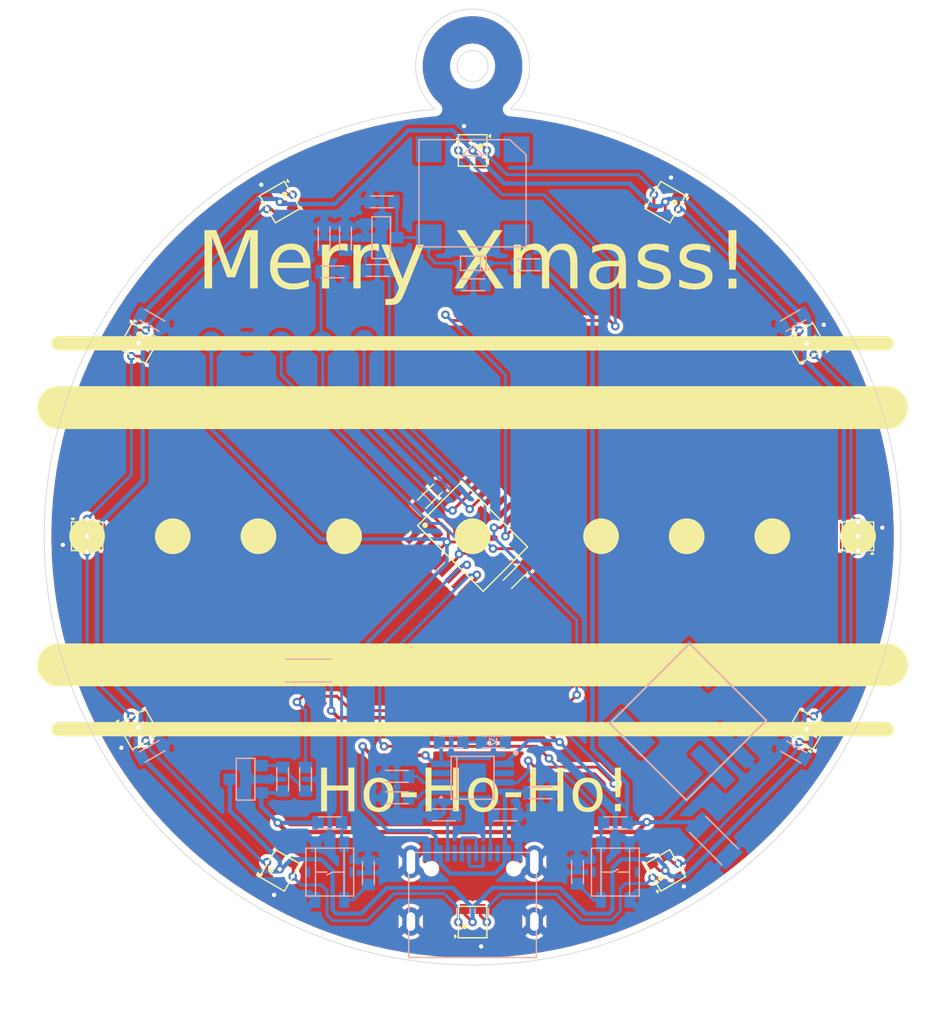
<source format=kicad_pcb>
(kicad_pcb (version 20240108) (generator "pcbnew") (generator_version "8.0")
  (layers (0 "F.Cu" signal) (31 "B.Cu" signal) (34 "B.Paste" user) (35 "F.Paste" user) (36 "B.SilkS" user "B.Silkscreen") (37 "F.SilkS" user "F.Silkscreen") (38 "B.Mask" user) (39 "F.Mask" user) (44 "Edge.Cuts" user))
  (net 0 "")
  (net 1 "GND")
  (net 2 "VDD")
  (net 3 "WS_SUPPLY")
  (net 4 "VBUS")
  (net 5 "Net-(CONN2-CC2)")
  (net 6 "Net-(CONN2-DP1)")
  (net 7 "Net-(CONN2-DN1)")
  (net 10 "Net-(CONN2-CC1)")
  (net 11 "Net-(IC1-PROG)")
  (net 12 "Net-(IC1-TEMP)")
  (net 14 "Net-(IC1-CHRG)")
  (net 15 "Net-(LED1-A)")
  (net 16 "/WS_DIN")
  (net 17 "Net-(LED2-DO)")
  (net 18 "Net-(LED3-DO)")
  (net 19 "Net-(LED4-DO)")
  (net 20 "Net-(LED5-DO)")
  (net 21 "Net-(LED6-DO)")
  (net 22 "Net-(C7-Pad2)")
  (net 23 "Net-(LED8-DO)")
  (net 24 "Net-(Q2-D)")
  (net 25 "Net-(Q2-G)")
  (net 26 "/BTN1")
  (net 27 "/BTN2")
  (net 28 "Net-(LED7-DO)")
  (net 30 "Net-(Q1-G)")
  (net 32 "/PERIPH_SUPPLY")
  (net 33 "/BUZZER")
  (net 35 "/RST")
  (net 37 "/SW_CLK")
  (net 38 "/SW_DIO")
  (net 48 "Net-(LED10-DI)")
  (net 49 "Net-(LED10-DO)")
  (net 50 "Net-(LED11-DO)")
  (net 51 "Net-(LED12-DO)")
  (net 52 "unconnected-(LED13-DO-Pad1)")
  (footprint "Borna KiCAD Library:WS2812B-2020" (layer "F.Cu") (at 143.85 122.7 90)
    (property "Reference" "LED8")
    (property "Value" "WS2812B-2020")
  )
  (footprint "Borna KiCAD Library:WS2812B-2020" (layer "F.Cu") (at 120.467314 109.2 30)
    (property "Reference" "LED10")
    (property "Value" "WS2812B-2020")
  )
  (footprint "Borna KiCAD Library:WS2812B-2020" (layer "F.Cu") (at 167.232686 82.2 -150)
    (property "Reference" "LED4")
    (property "Value" "WS2812B-2020")
  )
  (footprint "Borna KiCAD Library:TSSOP20" (layer "F.Cu") (at 143.85 95.7 45)
    (property "Reference" "U1")
    (property "Value" "STM32C011F6")
  )
  (footprint "Borna KiCAD Library:R0603" (layer "F.Cu") (at 146.85 98.5 45)
    (property "Reference" "R13")
    (property "Value" "100k")
  )
  (footprint "Borna KiCAD Library:WS2812B-2020" (layer "F.Cu") (at 120.467314 82.2 -30)
    (property "Reference" "LED12")
    (property "Value" "WS2812B-2020")
  )
  (footprint "Borna KiCAD Library:WS2812B-2020" (layer "F.Cu") (at 116.85 95.7)
    (property "Reference" "LED11")
    (property "Value" "WS2812B-2020")
  )
  (footprint "Borna KiCAD Library:WS2812B-2020" (layer "F.Cu") (at 167.232686 109.2 150)
    (property "Reference" "LED6")
    (property "Value" "WS2812B-2020")
  )
  (footprint "Borna KiCAD Library:WS2812B-2020" (layer "F.Cu") (at 157.35 72.317314 -120)
    (property "Reference" "LED3")
    (property "Value" "WS2812B-2020")
  )
  (footprint "Borna KiCAD Library:C0603" (layer "F.Cu") (at 140.85 92.9 -135)
    (property "Reference" "C4")
    (property "Value" "100n")
  )
  (footprint "Borna KiCAD Library:WS2812B-2020" (layer "F.Cu") (at 130.35 72.317314 -60)
    (property "Reference" "LED13")
    (property "Value" "WS2812B-2020")
  )
  (footprint "Borna KiCAD Library:WS2812B-2020" (layer "F.Cu") (at 157.35 119.082686 120)
    (property "Reference" "LED7")
    (property "Value" "WS2812B-2020")
  )
  (footprint "Borna KiCAD Library:WS2812B-2020" (layer "F.Cu") (at 130.35 119.082686 60)
    (property "Reference" "LED9")
    (property "Value" "WS2812B-2020")
  )
  (footprint "Borna KiCAD Library:WS2812B-2020" (layer "F.Cu") (at 143.85 68.7 -90)
    (property "Reference" "LED2")
    (property "Value" "WS2812B-2020")
  )
  (footprint "Borna KiCAD Library:WS2812B-2020" (layer "F.Cu") (at 170.85 95.7 180)
    (property "Reference" "LED5")
    (property "Value" "WS2812B-2020")
  )
  (footprint "Borna KiCAD Library:TP-1_5mm" (layer "B.Cu") (at 133.35 82.1 180)
    (property "Reference" "TP3")
    (property "Value" "~")
  )
  (footprint "Borna KiCAD Library:TP-1_5mm" (layer "B.Cu") (at 125.55 82.1 180)
    (property "Reference" "TP2")
    (property "Value" "~")
  )
  (footprint "Borna KiCAD Library:C0603" (layer "B.Cu") (at 121.4 80.6 150)
    (property "Reference" "C12")
    (property "Value" "100n")
  )
  (footprint "Borna KiCAD Library:C0603" (layer "B.Cu") (at 148.625 113.65 180)
    (property "Reference" "C2")
    (property "Value" "100n")
  )
  (footprint "Borna KiCAD Library:R0603" (layer "B.Cu") (at 138.55 114)
    (property "Reference" "R2")
    (property "Value" "10k")
  )
  (footprint "Borna KiCAD Library:SOT-23-3L" (layer "B.Cu") (at 127.95 112.7 -90)
    (property "Reference" "Q1")
    (property "Value" "AO3401A")
  )
  (footprint "Borna KiCAD Library:TP-1_5mm" (layer "B.Cu") (at 130.45 82.1 180)
    (property "Reference" "TP5")
    (property "Value" "~")
  )
  (footprint "Borna KiCAD Library:JST_S2B-PH-SM4-TB" (layer "B.Cu") (at 161.381513 111.131513 -135)
    (property "Reference" "CONN1")
    (property "Value" "S2B-PH-SM4-TB")
  )
  (footprint "Borna KiCAD Library:R0603" (layer "B.Cu") (at 130.55 112.7 90)
    (property "Reference" "R6")
    (property "Value" "100k")
  )
  (footprint "Borna KiCAD Library:R0603" (layer "B.Cu") (at 142.35 110.1)
    (property "Reference" "R1")
    (property "Value" "10k")
  )
  (footprint "Borna KiCAD Library:C0603" (layer "B.Cu") (at 121.4 110.75 30)
    (property "Reference" "C5")
    (property "Value" "100n")
  )
  (footprint "Borna KiCAD Library:C1206" (layer "B.Cu") (at 132.35 105.1)
    (property "Reference" "C3")
    (property "Value" "10uF")
  )
  (footprint "Borna KiCAD Library:TP-1_5mm" (layer "B.Cu") (at 136.25 82 180)
    (property "Reference" "TP4")
    (property "Value" "~")
  )
  (footprint "Borna KiCAD Library:C0603" (layer "B.Cu") (at 137.5 72.3)
    (property "Reference" "C13")
    (property "Value" "DNP")
  )
  (footprint "Borna KiCAD Library:C1206" (layer "B.Cu") (at 160.75 117 135)
    (property "Reference" "C1")
    (property "Value" "10uF")
  )
  (footprint "Borna KiCAD Library:SOD323" (layer "B.Cu") (at 143.9 76.6)
    (property "Reference" "D1")
    (property "Value" "BAT20JFILM")
  )
  (footprint "Borna KiCAD Library:C0603" (layer "B.Cu") (at 151.2 119.2 -90)
    (property "Reference" "C9")
    (property "Value" "100n")
  )
  (footprint "Borna KiCAD Library:TYPE-C_16PIN_2MD(073)" (layer "B.Cu") (at 143.85 121.5 180)
    (property "Reference" "CONN2")
    (property "Value" "TYPE-C_16PIN_2MD(073)")
  )
  (footprint "Borna KiCAD Library:C0603" (layer "B.Cu") (at 133.45 74.85 -90)
    (property "Reference" "C8")
    (property "Value" "DNP")
  )
  (footprint "Borna KiCAD Library:C0603" (layer "B.Cu") (at 136.55 119.25 -90)
    (property "Reference" "C10")
    (property "Value" "100n")
  )
  (footprint "Borna KiCAD Library:R0603" (layer "B.Cu") (at 134.05 77.2)
    (property "Reference" "R14")
    (property "Value" "100k")
  )
  (footprint "Borna KiCAD Library:R0603" (layer "B.Cu") (at 137.2 77.1)
    (property "Reference" "R8")
    (property "Value" "100R")
  )
  (footprint "Borna KiCAD Library:EMSOP" (layer "B.Cu") (at 143.85 112.6)
    (property "Reference" "IC1")
    (property "Value" "TP4056-42")
  )
  (footprint "Borna KiCAD Library:R0603" (layer "B.Cu") (at 147.775 76.7 180)
    (property "Reference" "R10")
    (property "Value" "22R")
  )
  (footprint "Borna KiCAD Library:TSA007A1518B03" (layer "B.Cu") (at 133.85 119.2 -90)
    (property "Reference" "SW1")
    (property "Value" "BZCN_TSA007A1518B03")
  )
  (footprint "Borna KiCAD Library:R0603" (layer "B.Cu") (at 138.55 112.5)
    (property "Reference" "R3")
    (property "Value" "10k")
  )
  (footprint "Borna KiCAD Library:SOT-23-3L" (layer "B.Cu") (at 137.45 74.8 90)
    (property "Reference" "Q2")
    (property "Value" "CJ3400")
  )
  (footprint "Borna KiCAD Library:R0603" (layer "B.Cu") (at 133.85 115.75)
    (property "Reference" "R12")
    (property "Value" "10k")
  )
  (footprint "Borna KiCAD Library:R0603" (layer "B.Cu") (at 153.85 115.75 180)
    (property "Reference" "R11")
    (property "Value" "10k")
  )
  (footprint "Borna KiCAD Library:LED_0603" (layer "B.Cu") (at 145.35 110.0965)
    (property "Reference" "LED1")
    (property "Value" "~")
  )
  (footprint "Borna KiCAD Library:R0603" (layer "B.Cu") (at 132.15 112.7 90)
    (property "Reference" "R7")
    (property "Value" "100R")
  )
  (footprint "Borna KiCAD Library:R0603" (layer "B.Cu") (at 134.95 74.85 90)
    (property "Reference" "R9")
    (property "Value" "100k")
  )
  (footprint "Borna KiCAD Library:TSA007A1518B03" (layer "B.Cu") (at 153.85 119.2 90)
    (property "Reference" "SW2")
    (property "Value" "BZCN_TSA007A1518B03")
  )
  (footprint "Borna KiCAD Library:C0603" (layer "B.Cu") (at 166.3 80.6 -150)
    (property "Reference" "C6")
    (property "Value" "100n")
  )
  (footprint "Borna KiCAD Library:R0603" (layer "B.Cu") (at 141.85 115.2)
    (property "Reference" "R5")
    (property "Value" "5k1")
  )
  (footprint "Borna KiCAD Library:C0603" (layer "B.Cu") (at 166.35 110.8 150)
    (property "Reference" "C11")
    (property "Value" "100n")
  )
  (footprint "Borna KiCAD Library:TP-1_5mm" (layer "B.Cu") (at 128.05 82.1 180)
    (property "Reference" "TP1")
    (property "Value" "~")
  )
  (footprint "Borna KiCAD Library:MTL-7525" (layer "B.Cu") (at 143.85 71.7 90)
    (property "Reference" "SPK1")
    (property "Value" "MLT-7525")
  )
  (footprint "Borna KiCAD Library:R0603" (layer "B.Cu") (at 146.15 115.2 180)
    (property "Reference" "R4")
    (property "Value" "5k1")
  )
  (footprint "Borna KiCAD Library:C0603" (layer "B.Cu") (at 143.9 78.1)
    (property "Reference" "C7")
    (property "Value" "10n")
  )
  (gr_circle (center 122.85 95.7) (end 124.05 95.7) (stroke (width 0.1)) (fill solid) (layer "F.SilkS"))
  (gr_line (start 114.85 104.7) (end 172.85 104.7) (stroke (width 3)) (layer "F.SilkS"))
  (gr_circle (center 170.85 95.7) (end 172.05 95.7) (stroke (width 0.1)) (fill solid) (layer "F.SilkS"))
  (gr_line (start 114.85 82.2) (end 172.85 82.2) (stroke (width 1)) (layer "F.SilkS"))
  (gr_circle (center 134.85 95.7) (end 136.05 95.7) (stroke (width 0.1)) (fill solid) (layer "F.SilkS"))
  (gr_circle (center 143.85 95.7) (end 145.05 95.7) (stroke (width 0.1)) (fill solid) (layer "F.SilkS"))
  (gr_circle (center 152.85 95.7) (end 154.05 95.7) (stroke (width 0.1)) (fill solid) (layer "F.SilkS"))
  (gr_line (start 114.85 109.2) (end 172.85 109.2) (stroke (width 1)) (layer "F.SilkS"))
  (gr_line (start 114.85 86.7) (end 172.85 86.7) (stroke (width 3)) (layer "F.SilkS"))
  (gr_circle (center 158.85 95.7) (end 160.05 95.7) (stroke (width 0.1)) (fill solid) (layer "F.SilkS"))
  (gr_circle (center 128.85 95.7) (end 130.05 95.7) (stroke (width 0.1)) (fill solid) (layer "F.SilkS"))
  (gr_circle (center 116.85 95.7) (end 118.05 95.7) (stroke (width 0.1)) (fill solid) (layer "F.SilkS"))
  (gr_circle (center 164.85 95.7) (end 166.05 95.7) (stroke (width 0.1)) (fill solid) (layer "F.SilkS"))
  (gr_arc (start 146.46467 65.8142) (mid 143.85 125.699987) (end 141.23533 65.8142) (stroke (width 0.05)) (layer "Edge.Cuts"))
  (gr_arc (start 141.23533 65.814199) (mid 143.849999 58.809775) (end 146.464671 65.814198) (stroke (width 0.05)) (layer "Edge.Cuts"))
  (gr_circle (center 143.85 62.8) (end 144.75 63.4) (stroke (width 0.05)) (fill none) (layer "Edge.Cuts"))
  (gr_text "Merry Xmass!" (at 143.85 76.7 0) (layer "F.SilkS") (effects (font (size 4 4) (thickness 0.1))))
  (gr_text "Ho-Ho-Ho!" (at 143.85 113.7 0) (layer "F.SilkS") (effects (font (size 3 3) (thickness 0.1))))
  (via (at 129.05 71.1) (size 0.6) (drill 0.3) (layers "F.Cu" "B.Cu") (net 1))
  (via (at 168.45 80.9) (size 0.6) (drill 0.3) (layers "F.Cu" "B.Cu") (net 1))
  (via (at 115.15 96.3) (size 0.6) (drill 0.3) (layers "F.Cu" "B.Cu") (net 1))
  (via (at 172.55 95.1) (size 0.6) (drill 0.3) (layers "F.Cu" "B.Cu") (net 1))
  (via (at 157.75 70.6) (size 0.6) (drill 0.3) (layers "F.Cu" "B.Cu") (net 1))
  (via (at 158.65 120.2) (size 0.6) (drill 0.3) (layers "F.Cu" "B.Cu") (net 1))
  (via (at 119.25 110.5) (size 0.6) (drill 0.3) (layers "F.Cu" "B.Cu") (net 1))
  (via (at 144.45 124.4) (size 0.6) (drill 0.3) (layers "F.Cu" "B.Cu") (net 1))
  (via (at 143.25 67) (size 0.6) (drill 0.3) (layers "F.Cu" "B.Cu") (net 1))
  (via (at 129.95 120.8) (size 0.6) (drill 0.3) (layers "F.Cu" "B.Cu") (net 1))
  (segment (start 141.65 112.275) (end 140.675 112.275) (width 0.3) (layer "B.Cu") (net 1))
  (segment (start 140.675 112.275) (end 140.65 112.3) (width 0.3) (layer "B.Cu") (net 1))
  (segment (start 122.114471 110.315942) (end 122.114471 110.3375) (width 0.2) (layer "B.Cu") (net 1))
  (segment (start 149.8255 110.1) (end 148.1255 108.4) (width 0.256) (layer "F.Cu") (net 2))
  (segment (start 148.1255 108.4) (end 134.45 108.4) (width 0.256) (layer "F.Cu") (net 2))
  (segment (start 130.85 116.4) (end 155.35 116.4) (width 0.3) (layer "F.Cu") (net 2))
  (segment (start 147.016726 97.5) (end 147.433363 97.916637) (width 0.2) (layer "F.Cu") (net 2))
  (segment (start 142.05 96.1) (end 143.925216 96.1) (width 0.2) (layer "F.Cu") (net 2))
  (segment (start 134.45 108.4) (end 133.95 107.9) (width 0.256) (layer "F.Cu") (net 2))
  (segment (start 143.925216 96.1) (end 145.325216 97.5) (width 0.2) (layer "F.Cu") (net 2))
  (segment (start 142.15 95.366726) (end 140.266637 93.483363) (width 0.2) (layer "F.Cu") (net 2))
  (segment (start 142.15 96.021142) (end 142.15 95.366726) (width 0.2) (layer "F.Cu") (net 2))
  (segment (start 145.325216 97.5) (end 147.016726 97.5) (width 0.2) (layer "F.Cu") (net 2))
  (segment (start 141.127639 97.043503) (end 142.15 96.021142) (width 0.2) (layer "F.Cu") (net 2))
  (segment (start 149.95 110.1) (end 149.8255 110.1) (width 0.256) (layer "F.Cu") (net 2))
  (segment (start 155.35 116.4) (end 156.05 115.7) (width 0.3) (layer "F.Cu") (net 2))
  (segment (start 130.2 115.75) (end 130.85 116.4) (width 0.3) (layer "F.Cu") (net 2))
  (via (at 156.05 115.7) (size 0.6) (drill 0.3) (layers "F.Cu" "B.Cu") (net 2))
  (via (at 133.95 107.9) (size 0.6) (drill 0.3) (layers "F.Cu" "B.Cu") (net 2))
  (via (at 130.2 115.75) (size 0.6) (drill 0.3) (layers "F.Cu" "B.Cu") (net 2))
  (via (at 149.95 110.1) (size 0.6) (drill 0.3) (layers "F.Cu" "B.Cu") (net 2))
  (via (at 142.05 96.1) (size 0.6) (drill 0.3) (layers "F.Cu" "B.Cu") (net 2))
  (segment (start 133.025 115.75) (end 130.2 115.75) (width 0.3) (layer "B.Cu") (net 2))
  (segment (start 159.45 115.7) (end 159.715856 115.965856) (width 0.256) (layer "B.Cu") (net 2))
  (segment (start 157.213026 115.7) (end 156.05 115.7) (width 0.3) (layer "B.Cu") (net 2))
  (segment (start 160.674406 111.83862) (end 160.674406 112.23862) (width 0.256) (layer "B.Cu") (net 2))
  (segment (start 156 115.75) (end 156.05 115.7) (width 0.256) (layer "B.Cu") (net 2))
  (segment (start 152.25 80.35) (end 152.25 110.592633) (width 0.3) (layer "B.Cu") (net 2))
  (segment (start 152.25 110.592633) (end 154.675 113.017633) (width 0.3) (layer "B.Cu") (net 2))
  (segment (start 146.05 111.625) (end 146.125 111.625) (width 0.256) (layer "B.Cu") (net 2))
  (segment (start 125.55 88.2) (end 125.55 82.1) (width 0.256) (layer "B.Cu") (net 2))
  (segment (start 154.675 113.017633) (end 154.675 114.825) (width 0.3) (layer "B.Cu") (net 2))
  (segment (start 129.05 114.6) (end 129.05 113.649999) (width 0.3) (layer "B.Cu") (net 2))
  (segment (start 160.674406 112.23862) (end 157.213026 115.7) (width 0.3) (layer "B.Cu") (net 2))
  (segment (start 149.85 110) (end 149.95 110.1) (width 0.256) (layer "B.Cu") (net 2))
  (segment (start 130.2 115.75) (end 129.05 114.6) (width 0.3) (layer "B.Cu") (net 2))
  (segment (start 130.2 115.75) (end 130.25 115.75) (width 0.256) (layer "B.Cu") (net 2))
  (segment (start 133.25 95.9) (end 125.55 88.2) (width 0.256) (layer "B.Cu") (net 2))
  (segment (start 154.675 114.825) (end 154.675 115.75) (width 0.256) (layer "B.Cu") (net 2))
  (segment (start 142.05 96.1) (end 142.05 97.6) (width 0.256) (layer "B.Cu") (net 2))
  (segment (start 147.75 110) (end 149.85 110) (width 0.256) (layer "B.Cu") (net 2))
  (segment (start 154.675 115.75) (end 156 115.75) (width 0.3) (layer "B.Cu") (net 2))
  (segment (start 148.6 76.7) (end 152.25 80.35) (width 0.3) (layer "B.Cu") (net 2))
  (segment (start 149.95 110.1) (end 154.675 114.825) (width 0.256) (layer "B.Cu") (net 2))
  (segment (start 142.05 97.6) (end 133.95 105.7) (width 0.256) (layer "B.Cu") (net 2))
  (segment (start 142.05 96.1) (end 141.85 95.9) (width 0.256) (layer "B.Cu") (net 2))
  (segment (start 141.85 95.9) (end 133.25 95.9) (width 0.256) (layer "B.Cu") (net 2))
  (segment (start 157.213026 115.7) (end 159.45 115.7) (width 0.3) (layer "B.Cu") (net 2))
  (segment (start 130.425001 113.649999) (end 130.55 113.525) (width 0.256) (layer "B.Cu") (net 2))
  (segment (start 133.95 105.7) (end 133.95 107.9) (width 0.256) (layer "B.Cu") (net 2))
  (segment (start 129.05 113.649999) (end 130.425001 113.649999) (width 0.256) (layer "B.Cu") (net 2))
  (segment (start 146.125 111.625) (end 147.75 110) (width 0.256) (layer "B.Cu") (net 2))
  (segment (start 117.765 95.15) (end 117.4 95.15) (width 0.2) (layer "F.Cu") (net 3))
  (segment (start 120.45 109.1) (end 120.45 108.800913) (width 0.2) (layer "F.Cu") (net 3))
  (segment (start 167.25 82.2) (end 167.25 82.599087) (width 0.2) (layer "F.Cu") (net 3))
  (segment (start 130.35 118.034087) (end 130.331186 118.015273) (width 0.2) (layer "F.Cu") (net 3))
  (segment (start 130.35 119) (end 130.35 118.034087) (width 0.2) (layer "F.Cu") (net 3))
  (segment (start 167.231186 109.218814) (end 167.25 109.2) (width 0.2) (layer "F.Cu") (net 3))
  (segment (start 156.950913 119.1) (end 156.416186 118.565273) (width 0.2) (layer "F.Cu") (net 3))
  (segment (start 169.935 96.25) (end 170.3 96.25) (width 0.2) (layer "F.Cu") (net 3))
  (segment (start 117.4 95.15) (end 116.85 95.7) (width 0.2) (layer "F.Cu") (net 3))
  (segment (start 157.35 119.1) (end 156.950913 119.1) (width 0.2) (layer "F.Cu") (net 3))
  (segment (start 143.85 68.7) (end 144.4 69.25) (width 0.2) (layer "F.Cu") (net 3))
  (segment (start 121.534727 82.181186) (end 120.468814 82.181186) (width 0.2) (layer "F.Cu") (net 3))
  (segment (start 167.25 82.599087) (end 166.715273 83.133814) (width 0.2) (layer "F.Cu") (net 3))
  (segment (start 144.4 69.25) (end 144.4 69.615) (width 0.2) (layer "F.Cu") (net 3))
  (segment (start 166.165273 109.218814) (end 167.231186 109.218814) (width 0.2) (layer "F.Cu") (net 3))
  (segment (start 130.749087 72.3) (end 131.283814 72.834727) (width 0.2) (layer "F.Cu") (net 3))
  (segment (start 157.35 73.365913) (end 157.368814 73.384727) (width 0.2) (layer "F.Cu") (net 3))
  (segment (start 120.468814 82.181186) (end 120.45 82.2) (width 0.2) (layer "F.Cu") (net 3))
  (segment (start 130.35 72.3) (end 130.749087 72.3) (width 0.2) (layer "F.Cu") (net 3))
  (segment (start 170.3 96.25) (end 170.85 95.7) (width 0.2) (layer "F.Cu") (net 3))
  (segment (start 143.85 122.7) (end 143.3 122.15) (width 0.2) (layer "F.Cu") (net 3))
  (segment (start 143.3 122.15) (end 143.3 121.785) (width 0.2) (layer "F.Cu") (net 3))
  (segment (start 157.35 72.3) (end 157.35 73.365913) (width 0.2) (layer "F.Cu") (net 3))
  (segment (start 120.45 108.800913) (end 120.984727 108.266186) (width 0.2) (layer "F.Cu") (net 3))
  (via (at 170.85 95.7) (size 0.6) (drill 0.3) (layers "F.Cu" "B.Cu") (net 3))
  (via (at 120.45 82.2) (size 0.6) (drill 0.3) (layers "F.Cu" "B.Cu") (net 3))
  (via (at 143.85 122.7) (size 0.6) (drill 0.3) (layers "F.Cu" "B.Cu") (net 3))
  (via (at 130.35 119) (size 0.6) (drill 0.3) (layers "F.Cu" "B.Cu") (net 3))
  (via (at 130.35 72.3) (size 0.6) (drill 0.3) (layers "F.Cu" "B.Cu") (net 3))
  (via (at 116.85 95.7) (size 0.6) (drill 0.3) (layers "F.Cu" "B.Cu") (net 3))
  (via (at 157.35 72.3) (size 0.6) (drill 0.3) (layers "F.Cu" "B.Cu") (net 3))
  (via (at 120.45 109.1) (size 0.6) (drill 0.3) (layers "F.Cu" "B.Cu") (net 3))
  (via (at 167.25 109.2) (size 0.6) (drill 0.3) (layers "F.Cu" "B.Cu") (net 3))
  (via (at 143.85 68.7) (size 0.6) (drill 0.3) (layers "F.Cu" "B.Cu") (net 3))
  (via (at 157.35 119.1) (size 0.6) (drill 0.3) (layers "F.Cu" "B.Cu") (net 3))
  (via (at 167.25 82.2) (size 0.6) (drill 0.3) (layers "F.Cu" "B.Cu") (net 3))
  (segment (start 130.5 72.45) (end 130.35 72.3) (width 0.3) (layer "B.Cu") (net 3))
  (segment (start 158.75 72.1) (end 166.8375 80.1875) (width 0.3) (layer "B.Cu") (net 3))
  (segment (start 120.25 80.623029) (end 120.685529 80.1875) (width 0.3) (layer "B.Cu") (net 3))
  (segment (start 120.75 91.8) (end 116.85 95.7) (width 0.3) (layer "B.Cu") (net 3))
  (segment (start 156.430761 72.6) (end 154.85 71.019239) (width 0.3) (layer "B.Cu") (net 3))
  (segment (start 157.35 72.3) (end 157.05 72.6) (width 0.3) (layer "B.Cu") (net 3))
  (segment (start 167.064471 111.185529) (end 167.064471 111.1625) (width 0.2) (layer "B.Cu") (net 3))
  (segment (start 130.2 119.15) (end 128.673028 119.15) (width 0.3) (layer "B.Cu") (net 3))
  (segment (start 134.05 119.1) (end 133.25 118.3) (width 0.3) (layer "B.Cu") (net 3))
  (segment (start 167.362194 80.535224) (end 167.01447 80.1875) (width 0.2) (layer "B.Cu") (net 3))
  (segment (start 157.35 119.1) (end 157.75 119.5) (width 0.3) (layer "B.Cu") (net 3))
  (segment (start 120.25 110.726971) (end 120.337805 110.814776) (width 0.3) (layer "B.Cu") (net 3))
  (segment (start 170.85 95.7) (end 169.85 94.7) (width 0.3) (layer "B.Cu") (net 3))
  (segment (start 130.35 119) (end 130.2 119.15) (width 0.3) (layer "B.Cu") (net 3))
  (segment (start 134.2 72.45) (end 130.5 72.45) (width 0.3) (layer "B.Cu") (net 3))
  (segment (start 153.65 121.85) (end 153.65 118.9) (width 0.3) (layer "B.Cu") (net 3))
  (segment (start 120.55 82.3) (end 120.75 82.5) (width 0.3) (layer "B.Cu") (net 3))
  (segment (start 130.35 118.4) (end 130.35 119) (width 0.3) (layer "B.Cu") (net 3))
  (segment (start 167.1 108.025735) (end 167.1 109.05) (width 0.3) (layer "B.Cu") (net 3))
  (segment (start 154.85 71.019239) (end 146.069239 71.019239) (width 0.3) (layer "B.Cu") (net 3))
  (segment (start 167.362194 81.987806) (end 167.45 81.9) (width 0.3) (layer "B.Cu") (net 3))
  (segment (start 167.1 83.35) (end 167.1 82.35) (width 0.3) (layer "B.Cu") (net 3))
  (segment (start 134.3 122.1) (end 134.05 121.85) (width 0.3) (layer "B.Cu") (net 3))
  (segment (start 167.15 82.3) (end 167.25 82.2) (width 0.2) (layer "B.Cu") (net 3))
  (segment (start 128.623028 119.1) (end 128.586514 119.063486) (width 0.2) (layer "B.Cu") (net 3))
  (segment (start 143.85 68.7) (end 143.85 68.8) (width 0.2) (layer "B.Cu") (net 3))
  (segment (start 120.337805 109.212195) (end 120.25 109.3) (width 0.3) (layer "B.Cu") (net 3))
  (segment (start 134.05 121.85) (end 134.05 119.1) (width 0.3) (layer "B.Cu") (net 3))
  (segment (start 139.35 67.3) (end 134.2 72.45) (width 0.3) (layer "B.Cu") (net 3))
  (segment (start 157.55 72.1) (end 158.75 72.1) (width 0.3) (layer "B.Cu") (net 3))
  (segment (start 143.85 121.7) (end 142.45 120.3) (width 0.3) (layer "B.Cu") (net 3))
  (segment (start 126.850001 114.900001) (end 130.35 118.4) (width 0.3) (layer "B.Cu") (net 3))
  (segment (start 120.45 82.2) (end 120.35 82.1) (width 0.2) (layer "B.Cu") (net 3))
  (segment (start 120.25 82) (end 120.25 80.623029) (width 0.3) (layer "B.Cu") (net 3))
  (segment (start 142.45 120.3) (end 137.85 120.3) (width 0.3) (layer "B.Cu") (net 3))
  (segment (start 120.685529 80.1875) (end 128.773029 72.1) (width 0.3) (layer "B.Cu") (net 3))
  (segment (start 131.15 118.3) (end 130.45 119) (width 0.3) (layer "B.Cu") (net 3))
  (segment (start 151.75 122.1) (end 153.4 122.1) (width 0.3) (layer "B.Cu") (net 3))
  (segment (start 130.15 72.1) (end 130.25 72.2) (width 0.3) (layer "B.Cu") (net 3))
  (segment (start 143.85 68.7) (end 142.45 67.3) (width 0.3) (layer "B.Cu") (net 3))
  (segment (start 167.35 80.52303) (end 167.01447 80.1875) (width 0.3) (layer "B.Cu") (net 3))
  (segment (start 149.95 120.3) (end 151.75 122.1) (width 0.3) (layer "B.Cu") (net 3))
  (segment (start 157.05 72.6) (end 156.430761 72.6) (width 0.3) (layer "B.Cu") (net 3))
  (segment (start 167.25 82.1) (end 167.362194 81.987806) (width 0.2) (layer "B.Cu") (net 3))
  (segment (start 156.85 118.3) (end 157.35 118.8) (width 0.3) (layer "B.Cu") (net 3))
  (segment (start 120.45 82.2) (end 120.55 82.3) (width 0.2) (layer "B.Cu") (net 3))
  (segment (start 137.85 120.3) (end 136.05 122.1) (width 0.3) (layer "B.Cu") (net 3))
  (segment (start 133.25 118.3) (end 131.15 118.3) (width 0.3) (layer "B.Cu") (net 3))
  (segment (start 167.25 109.2) (end 167.15 109.1) (width 0.2) (layer "B.Cu") (net 3))
  (segment (start 167.064471 111.1625) (end 167.55 110.676971) (width 0.3) (layer "B.Cu") (net 3))
  (segment (start 120.6 107.901471) (end 120.6 108.95) (width 0.3) (layer "B.Cu") (net 3))
  (segment (start 167.1 109.05) (end 167.25 109.2) (width 0.3) (layer "B.Cu") (net 3))
  (segment (start 158.75 119.5) (end 167.064471 111.185529) (width 0.3) (layer "B.Cu") (net 3))
  (segment (start 143.85 122.7) (end 143.85 121.7) (width 0.3) (layer "B.Cu") (net 3))
  (segment (start 120.25 109.3) (end 120.25 110.726971) (width 0.3) (layer "B.Cu") (net 3))
  (segment (start 117.55 96.4) (end 116.85 95.7) (width 0.3) (layer "B.Cu") (net 3))
  (segment (start 142.45 67.3) (end 139.35 67.3) (width 0.3) (layer "B.Cu") (net 3))
  (segment (start 153.4 122.1) (end 153.65 121.85) (width 0.3) (layer "B.Cu") (net 3))
  (segment (start 145.25 120.3) (end 149.95 120.3) (width 0.3) (layer "B.Cu") (net 3))
  (segment (start 120.75 82.5) (end 120.75 91.8) (width 0.3) (layer "B.Cu") (net 3))
  (segment (start 153.65 118.9) (end 154.25 118.3) (width 0.3) (layer "B.Cu") (net 3))
  (segment (start 128.673028 119.15) (end 128.586514 119.063486) (width 0.3) (layer "B.Cu") (net 3))
  (segment (start 120.35 82.1) (end 120.25 82) (width 0.3) (layer "B.Cu") (net 3))
  (segment (start 157.75 119.5) (end 158.75 119.5) (width 0.3) (layer "B.Cu") (net 3))
  (segment (start 169.85 94.7) (end 169.85 86.1) (width 0.3) (layer "B.Cu") (net 3))
  (segment (start 120.6 108.95) (end 120.45 109.1) (width 0.3) (layer "B.Cu") (net 3))
  (segment (start 167.45 81.9) (end 167.45 80.62303) (width 0.3) (layer "B.Cu") (net 3))
  (segment (start 128.773029 72.1) (end 130.15 72.1) (width 0.3) (layer "B.Cu") (net 3))
  (segment (start 167.1 82.35) (end 167.25 82.2) (width 0.3) (layer "B.Cu") (net 3))
  (segment (start 169.85 86.1) (end 167.1 83.35) (width 0.3) (layer "B.Cu") (net 3))
  (segment (start 157.45 72.2) (end 157.55 72.1) (width 0.3) (layer "B.Cu") (net 3))
  (segment (start 167.45 80.62303) (end 167.362194 80.535224) (width 0.3) (layer "B.Cu") (net 3))
  (segment (start 120.685529 111.1625) (end 128.586514 119.063486) (width 0.3) (layer "B.Cu") (net 3))
  (segment (start 117.55 104.851471) (end 117.55 96.4) (width 0.3) (layer "B.Cu") (net 3))
  (segment (start 143.85 122.7) (end 143.75 122.7) (width 0.2) (layer "B.Cu") (net 3))
  (segment (start 120.45 109.1) (end 120.55 109) (width 0.2) (layer "B.Cu") (net 3))
  (segment (start 167.25 82.2) (end 167.25 82.1) (width 0.2) (layer "B.Cu") (net 3))
  (segment (start 136.05 122.1) (end 134.3 122.1) (width 0.3) (layer "B.Cu") (net 3))
  (segment (start 167.55 110.676971) (end 167.55 109.5) (width 0.3) (layer "B.Cu") (net 3))
  (segment (start 169.85 105.275735) (end 167.1 108.025735) (width 0.3) (layer "B.Cu") (net 3))
  (segment (start 166.8375 80.1875) (end 167.01447 80.1875) (width 0.2) (layer "B.Cu") (net 3))
  (segment (start 120.45 109.1) (end 120.337805 109.212195) (width 0.2) (layer "B.Cu") (net 3))
  (segment (start 157.35 118.8) (end 157.35 119.1) (width 0.3) (layer "B.Cu") (net 3))
  (segment (start 143.85 121.7) (end 145.25 120.3) (width 0.3) (layer "B.Cu") (net 3))
  (segment (start 130.35 72.3) (end 130.45 72.4) (width 0.2) (layer "B.Cu") (net 3))
  (segment (start 157.25 72.4) (end 157.35 72.3) (width 0.2) (layer "B.Cu") (net 3))
  (segment (start 120.337805 110.814776) (end 120.685529 111.1625) (width 0.256) (layer "B.Cu") (net 3))
  (segment (start 130.35 119) (end 130.45 119) (width 0.2) (layer "B.Cu") (net 3))
  (segment (start 116.85 95.7) (end 116.85 95.9) (width 0.2) (layer "B.Cu") (net 3))
  (segment (start 157.35 72.3) (end 157.45 72.2) (width 0.2) (layer "B.Cu") (net 3))
  (segment (start 117.55 104.851471) (end 120.6 107.901471) (width 0.3) (layer "B.Cu") (net 3))
  (segment (start 169.85 94.7) (end 169.85 105.275735) (width 0.3) (layer "B.Cu") (net 3))
  (segment (start 126.850001 112.7) (end 126.850001 114.900001) (width 0.3) (layer "B.Cu") (net 3))
  (segment (start 154.25 118.3) (end 156.85 118.3) (width 0.3) (layer "B.Cu") (net 3))
  (segment (start 130.25 72.2) (end 130.35 72.3) (width 0.2) (layer "B.Cu") (net 3))
  (segment (start 146.069239 71.019239) (end 143.85 68.8) (width 0.3) (layer "B.Cu") (net 3))
  (segment (start 167.55 109.5) (end 167.25 109.2) (width 0.3) (layer "B.Cu") (net 3))
  (segment (start 140.55 111.028) (end 136.778 111.028) (width 0.256) (layer "F.Cu") (net 4))
  (segment (start 136.778 111.028) (end 136.15 110.4) (width 0.256) (layer "F.Cu") (net 4))
  (via (at 136.15 110.4) (size 0.6) (drill 0.3) (layers "F.Cu" "B.Cu") (net 4))
  (via (at 140.55 111.028) (size 0.6) (drill 0.3) (layers "F.Cu" "B.Cu") (net 4))
  (segment (start 140.55 111.028) (end 141.147 111.625) (width 0.256) (layer "B.Cu") (net 4))
  (segment (start 146.1 117.89) (end 146.1 118.610051) (width 0.3) (layer "B.Cu") (net 4))
  (segment (start 140.85 116.3) (end 141.3 116.75) (width 0.256) (layer "B.Cu") (net 4))
  (segment (start 145.410051 119.3) (end 142.289949 119.3) (width 0.3) (layer "B.Cu") (net 4))
  (segment (start 146.125 113.65) (end 146.125 117.865) (width 0.3) (layer "B.Cu") (net 4))
  (segment (start 146.05 113.575) (end 147.725 113.575) (width 0.3) (layer "B.Cu") (net 4))
  (segment (start 136.15 110.4) (end 136.15 114.55) (width 0.256) (layer "B.Cu") (net 4))
  (segment (start 136.15 114.55) (end 137.9 116.3) (width 0.256) (layer "B.Cu") (net 4))
  (segment (start 146.1 118.610051) (end 145.410051 119.3) (width 0.3) (layer "B.Cu") (net 4))
  (segment (start 141.147 111.625) (end 141.65 111.625) (width 0.256) (layer "B.Cu") (net 4))
  (segment (start 146.125 117.865) (end 146.1 117.89) (width 0.3) (layer "B.Cu") (net 4))
  (segment (start 141.6 118.610051) (end 141.6 117.89) (width 0.3) (layer "B.Cu") (net 4))
  (segment (start 147.725 113.575) (end 147.8 113.65) (width 0.3) (layer "B.Cu") (net 4))
  (segment (start 146.05 113.575) (end 146.125 113.65) (width 0.3) (layer "B.Cu") (net 4))
  (segment (start 141.3 116.75) (end 141.3 117.89) (width 0.256) (layer "B.Cu") (net 4))
  (segment (start 142.289949 119.3) (end 141.6 118.610051) (width 0.3) (layer "B.Cu") (net 4))
  (segment (start 141.65 110.15) (end 141.6 110.1) (width 0.256) (layer "B.Cu") (net 4))
  (segment (start 137.9 116.3) (end 140.85 116.3) (width 0.256) (layer "B.Cu") (net 4))
  (segment (start 141.65 111.625) (end 141.65 110.15) (width 0.256) (layer "B.Cu") (net 4))
  (segment (start 142.15 115.5) (end 142.1 115.55) (width 0.256) (layer "B.Cu") (net 5))
  (segment (start 142.1 115.55) (end 142.1 117.89) (width 0.2) (layer "B.Cu") (net 5))
  (segment (start 143.1 116.85) (end 143.1 117.89) (width 0.2) (layer "B.Cu") (net 6))
  (segment (start 144.1 116.85) (end 144.05 116.8) (width 0.2) (layer "B.Cu") (net 6))
  (segment (start 143.15 116.8) (end 143.1 116.85) (width 0.2) (layer "B.Cu") (net 6))
  (segment (start 144.1 117.89) (end 144.1 116.85) (width 0.2) (layer "B.Cu") (net 6))
  (segment (start 144.05 116.8) (end 143.15 116.8) (width 0.2) (layer "B.Cu") (net 6))
  (segment (start 143.69 118.8) (end 143.6 118.71) (width 0.2) (layer "B.Cu") (net 7))
  (segment (start 143.6 118.71) (end 143.6 117.89) (width 0.2) (layer "B.Cu") (net 7))
  (segment (start 144.6 118.75) (end 144.55 118.8) (width 0.2) (layer "B.Cu") (net 7))
  (segment (start 144.55 118.8) (end 143.69 118.8) (width 0.2) (layer "B.Cu") (net 7))
  (segment (start 144.6 117.89) (end 144.6 118.75) (width 0.2) (layer "B.Cu") (net 7))
  (segment (start 145.1 117.89) (end 145.1 115.775) (width 0.2) (layer "B.Cu") (net 10))
  (segment (start 145.1 115.775) (end 145.375 115.5) (width 0.256) (layer "B.Cu") (net 10))
  (segment (start 140.4 112.925) (end 139.975 112.5) (width 0.2) (layer "B.Cu") (net 11))
  (segment (start 139.975 112.5) (end 139.375 112.5) (width 0.2) (layer "B.Cu") (net 11))
  (segment (start 141.65 112.925) (end 140.4 112.925) (width 0.2) (layer "B.Cu") (net 11))
  (segment (start 141.65 113.575) (end 140.425 113.575) (width 0.2) (layer "B.Cu") (net 12))
  (segment (start 140 114) (end 139.375 114) (width 0.2) (layer "B.Cu") (net 12))
  (segment (start 140.425 113.575) (end 140 114) (width 0.2) (layer "B.Cu") (net 12))
  (segment (start 147.75 111.4) (end 148.206 111.856) (width 0.2) (layer "F.Cu") (net 14))
  (segment (start 148.206 111.856) (end 152.594128 111.856) (width 0.2) (layer "F.Cu") (net 14))
  (segment (start 152.594128 111.856) (end 153.744064 113.005936) (width 0.2) (layer "F.Cu") (net 14))
  (via (at 153.744064 113.005936) (size 0.6) (drill 0.3) (layers "F.Cu" "B.Cu") (net 14))
  (via (at 147.75 111.4) (size 0.6) (drill 0.3) (layers "F.Cu" "B.Cu") (net 14))
  (segment (start 153.744064 112.794064) (end 153.744064 113.005936) (width 0.2) (layer "B.Cu") (net 14))
  (segment (start 147.75 111.4) (end 147.75 112.181) (width 0.2) (layer "B.Cu") (net 14))
  (segment (start 146.65 109.5) (end 150.45 109.5) (width 0.2) (layer "B.Cu") (net 14))
  (segment (start 147.006 112.925) (end 146.05 112.925) (width 0.2) (layer "B.Cu") (net 14))
  (segment (start 147.75 112.181) (end 147.006 112.925) (width 0.2) (layer "B.Cu") (net 14))
  (segment (start 150.45 109.5) (end 153.744064 112.794064) (width 0.2) (layer "B.Cu") (net 14))
  (segment (start 146.2215 110.0965) (end 146.2215 109.9285) (width 0.2) (layer "B.Cu") (net 14))
  (segment (start 146.2215 109.9285) (end 146.65 109.5) (width 0.2) (layer "B.Cu") (net 14))
  (segment (start 144.568 110.1) (end 144.5715 110.0965) (width 0.256) (layer "B.Cu") (net 15))
  (segment (start 143.25 110.1) (end 144.568 110.1) (width 0.2) (layer "B.Cu") (net 15))
  (segment (start 147.031981 94.816117) (end 147.031981 94.818019) (width 0.2) (layer "F.Cu") (net 16))
  (segment (start 143.3 69.615) (end 143.3 69.15) (width 0.2) (layer "F.Cu") (net 16))
  (segment (start 143.3 69.15) (end 142.85 68.7) (width 0.2) (layer "F.Cu") (net 16))
  (segment (start 142.35 80.6) (end 141.95 80.2) (width 0.2) (layer "F.Cu") (net 16))
  (segment (start 153.85 81) (end 153.45 80.6) (width 0.2) (layer "F.Cu") (net 16))
  (segment (start 147.031981 94.818019) (end 146.15 95.7) (width 0.2) (layer "F.Cu") (net 16))
  (segment (start 153.45 80.6) (end 142.35 80.6) (width 0.2) (layer "F.Cu") (net 16))
  (via (at 142.85 68.7) (size 0.6) (drill 0.3) (layers "F.Cu" "B.Cu") (net 16))
  (via (at 153.85 81) (size 0.6) (drill 0.3) (layers "F.Cu" "B.Cu") (net 16))
  (via (at 141.95 80.2) (size 0.6) (drill 0.3) (layers "F.Cu" "B.Cu") (net 16))
  (via (at 146.15 95.7) (size 0.6) (drill 0.3) (layers "F.Cu" "B.Cu") (net 16))
  (segment (start 146.15 84.4) (end 146.15 95.7) (width 0.2) (layer "B.Cu") (net 16))
  (segment (start 150.9 73.85) (end 150.95 73.9) (width 0.2) (layer "B.Cu") (net 16))
  (segment (start 142.85 68.7) (end 145.95 71.8) (width 0.2) (layer "B.Cu") (net 16))
  (segment (start 150.9 73.85) (end 153.85 76.8) (width 0.2) (layer "B.Cu") (net 16))
  (segment (start 141.95 80.2) (end 146.15 84.4) (width 0.2) (layer "B.Cu") (net 16))
  (segment (start 145.95 71.8) (end 148.85 71.8) (width 0.2) (layer "B.Cu") (net 16))
  (segment (start 153.85 76.8) (end 153.85 81) (width 0.2) (layer "B.Cu") (net 16))
  (segment (start 148.85 71.8) (end 150.9 73.85) (width 0.2) (layer "B.Cu") (net 16))
  (segment (start 144.4 68.25) (end 144.85 68.7) (width 0.2) (layer "F.Cu") (net 17))
  (segment (start 156.55 71.8) (end 156.55 72.700913) (width 0.2) (layer "F.Cu") (net 17))
  (segment (start 144.4 67.785) (end 144.4 68.25) (width 0.2) (layer "F.Cu") (net 17))
  (segment (start 156.55 72.700913) (end 156.416186 72.834727) (width 0.2) (layer "F.Cu") (net 17))
  (via (at 144.85 68.7) (size 0.6) (drill 0.3) (layers "F.Cu" "B.Cu") (net 17))
  (via (at 156.55 71.8) (size 0.6) (drill 0.3) (layers "F.Cu" "B.Cu") (net 17))
  (segment (start 144.85 69) (end 146.25 70.4) (width 0.2) (layer "B.Cu") (net 17))
  (segment (start 144.85 68.7) (end 144.85 69) (width 0.2) (layer "B.Cu") (net 17))
  (segment (start 155.45 70.4) (end 156.55 71.5) (width 0.2) (layer "B.Cu") (net 17))
  (segment (start 146.25 70.4) (end 155.45 70.4) (width 0.2) (layer "B.Cu") (net 17))
  (segment (start 156.55 71.5) (end 156.55 71.8) (width 0.2) (layer "B.Cu") (net 17))
  (segment (start 166.75 81.596459) (end 166.165273 82.181186) (width 0.2) (layer "F.Cu") (net 18))
  (segment (start 158.283814 72.766186) (end 158.25 72.8) (width 0.2) (layer "F.Cu") (net 18))
  (segment (start 166.75 81.3) (end 166.75 81.596459) (width 0.2) (layer "F.Cu") (net 18))
  (segment (start 158.283814 71.799901) (end 158.283814 72.766186) (width 0.2) (layer "F.Cu") (net 18))
  (via (at 166.75 81.3) (size 0.6) (drill 0.3) (layers "F.Cu" "B.Cu") (net 18))
  (via (at 158.25 72.8) (size 0.6) (drill 0.3) (layers "F.Cu" "B.Cu") (net 18))
  (segment (start 158.55 72.8) (end 158.25 72.8) (width 0.2) (layer "B.Cu") (net 18))
  (segment (start 166.46944 80.71944) (end 158.55 72.8) (width 0.2) (layer "B.Cu") (net 18))
  (segment (start 166.75 81.3) (end 166.46944 81.01944) (width 0.2) (layer "B.Cu") (net 18))
  (segment (start 166.46944 81.01944) (end 166.46944 80.71944) (width 0.2) (layer "B.Cu") (net 18))
  (segment (start 170.4 95.15) (end 170.85 94.7) (width 0.2) (layer "F.Cu") (net 19))
  (segment (start 169.935 95.15) (end 170.4 95.15) (width 0.2) (layer "F.Cu") (net 19))
  (segment (start 167.75 82.768913) (end 168.300099 82.218814) (width 0.2) (layer "F.Cu") (net 19))
  (segment (start 167.75 83) (end 167.75 82.768913) (width 0.2) (layer "F.Cu") (net 19))
  (via (at 167.75 83) (size 0.6) (drill 0.3) (layers "F.Cu" "B.Cu") (net 19))
  (via (at 170.85 94.7) (size 0.6) (drill 0.3) (layers "F.Cu" "B.Cu") (net 19))
  (segment (start 170.85 94.7) (end 170.35 94.2) (width 0.2) (layer "B.Cu") (net 19))
  (segment (start 170.35 94.2) (end 170.35 85.6) (width 0.2) (layer "B.Cu") (net 19))
  (segment (start 170.35 85.6) (end 167.75 83) (width 0.2) (layer "B.Cu") (net 19))
  (segment (start 171.3 96.25) (end 170.85 96.7) (width 0.2) (layer "F.Cu") (net 20))
  (segment (start 167.75 108.3) (end 166.749087 108.3) (width 0.2) (layer "F.Cu") (net 20))
  (segment (start 166.749087 108.3) (end 166.715273 108.266186) (width 0.2) (layer "F.Cu") (net 20))
  (segment (start 171.765 96.25) (end 171.3 96.25) (width 0.2) (layer "F.Cu") (net 20))
  (via (at 167.75 108.3) (size 0.6) (drill 0.3) (layers "F.Cu" "B.Cu") (net 20))
  (via (at 170.85 96.7) (size 0.6) (drill 0.3) (layers "F.Cu" "B.Cu") (net 20))
  (segment (start 170.35 105.7) (end 167.75 108.3) (width 0.2) (layer "B.Cu") (net 20))
  (segment (start 170.85 96.7) (end 170.35 97.2) (width 0.2) (layer "B.Cu") (net 20))
  (segment (start 170.35 97.2) (end 170.35 105.7) (width 0.2) (layer "B.Cu") (net 20))
  (segment (start 158.25 118.6) (end 157.953541 118.6) (width 0.2) (layer "F.Cu") (net 21))
  (segment (start 166.75 110.1) (end 167.716285 110.1) (width 0.2) (layer "F.Cu") (net 21))
  (segment (start 157.953541 118.6) (end 157.368814 118.015273) (width 0.2) (layer "F.Cu") (net 21))
  (segment (start 167.716285 110.1) (end 167.750099 110.133814) (width 0.2) (layer "F.Cu") (net 21))
  (via (at 158.25 118.6) (size 0.6) (drill 0.3) (layers "F.Cu" "B.Cu") (net 21))
  (via (at 166.75 110.1) (size 0.6) (drill 0.3) (layers "F.Cu" "B.Cu") (net 21))
  (segment (start 166.519439 110.730561) (end 158.65 118.6) (width 0.2) (layer "B.Cu") (net 21))
  (segment (start 166.75 110.1) (end 166.519439 110.330561) (width 0.2) (layer "B.Cu") (net 21))
  (segment (start 166.519439 110.330561) (end 166.519439 110.730561) (width 0.2) (layer "B.Cu") (net 21))
  (segment (start 158.65 118.6) (end 158.25 118.6) (width 0.2) (layer "B.Cu") (net 21))
  (segment (start 144.955 77.195) (end 144.65 77.5) (width 0.2) (layer "B.Cu") (net 22))
  (segment (start 146.85 76.6) (end 146.95 76.7) (width 0.256) (layer "B.Cu") (net 22))
  (segment (start 144.65 77.95) (end 144.75 78.05) (width 0.256) (layer "B.Cu") (net 22))
  (segment (start 144.955 76.6) (end 144.955 77.195) (width 0.2) (layer "B.Cu") (net 22))
  (segment (start 146.95 74.8) (end 146.925 74.775) (width 0.256) (layer "B.Cu") (net 22))
  (segment (start 146.95 76.7) (end 146.95 74.8) (width 0.2) (layer "B.Cu") (net 22))
  (segment (start 144.65 77.5) (end 144.65 77.95) (width 0.2) (layer "B.Cu") (net 22))
  (segment (start 144.955 76.6) (end 146.85 76.6) (width 0.2) (layer "B.Cu") (net 22))
  (segment (start 143.3 123.15) (end 142.85 122.7) (width 0.2) (layer "F.Cu") (net 23))
  (segment (start 131.283814 119.466186) (end 131.25 119.5) (width 0.2) (layer "F.Cu") (net 23))
  (segment (start 131.283814 118.565273) (end 131.283814 119.466186) (width 0.2) (layer "F.Cu") (net 23))
  (segment (start 143.3 123.615) (end 143.3 123.15) (width 0.2) (layer "F.Cu") (net 23))
  (via (at 131.25 119.5) (size 0.6) (drill 0.3) (layers "F.Cu" "B.Cu") (net 23))
  (via (at 142.85 122.7) (size 0.6) (drill 0.3) (layers "F.Cu" "B.Cu") (net 23))
  (segment (start 134.05 122.6) (end 136.45 122.6) (width 0.2) (layer "B.Cu") (net 23))
  (segment (start 136.45 122.6) (end 138.35 120.7) (width 0.2) (layer "B.Cu") (net 23))
  (segment (start 133.65 120.5) (end 133.65 122.2) (width 0.2) (layer "B.Cu") (net 23))
  (segment (start 133.25 120.1) (end 133.65 120.5) (width 0.2) (layer "B.Cu") (net 23))
  (segment (start 142.85 121.7) (end 142.85 122.7) (width 0.2) (layer "B.Cu") (net 23))
  (segment (start 133.65 122.2) (end 134.05 122.6) (width 0.2) (layer "B.Cu") (net 23))
  (segment (start 138.35 120.7) (end 141.85 120.7) (width 0.2) (layer "B.Cu") (net 23))
  (segment (start 131.85 120.1) (end 133.25 120.1) (width 0.2) (layer "B.Cu") (net 23))
  (segment (start 131.25 119.5) (end 131.85 120.1) (width 0.2) (layer "B.Cu") (net 23))
  (segment (start 141.85 120.7) (end 142.85 121.7) (width 0.2) (layer "B.Cu") (net 23))
  (segment (start 138.55 74.8) (end 138.55 72.525) (width 0.2) (layer "B.Cu") (net 24))
  (segment (start 138.55 72.525) (end 138.325 72.3) (width 0.256) (layer "B.Cu") (net 24))
  (segment (start 140.75 74.8) (end 140.775 74.775) (width 0.256) (layer "B.Cu") (net 24))
  (segment (start 141.25 76.6) (end 142.845 76.6) (width 0.2) (layer "B.Cu") (net 24))
  (segment (start 142.845 76.6) (end 142.845 77.795) (width 0.2) (layer "B.Cu") (net 24))
  (segment (start 142.845 77.795) (end 143.1 78.05) (width 0.256) (layer "B.Cu") (net 24))
  (segment (start 140.775 76.125) (end 141.25 76.6) (width 0.2) (layer "B.Cu") (net 24))
  (segment (start 138.55 74.8) (end 140.75 74.8) (width 0.2) (layer "B.Cu") (net 24))
  (segment (start 140.775 74.775) (end 140.775 76.125) (width 0.2) (layer "B.Cu") (net 24))
  (segment (start 135.025 75.75) (end 134.95 75.675) (width 0.256) (layer "B.Cu") (net 25))
  (segment (start 136.35 75.75) (end 136.35 77.075) (width 0.2) (layer "B.Cu") (net 25))
  (segment (start 133.45 75.675) (end 134.95 75.675) (width 0.2) (layer "B.Cu") (net 25))
  (segment (start 136.35 77.075) (end 136.375 77.1) (width 0.256) (layer "B.Cu") (net 25))
  (segment (start 136.35 75.75) (end 135.025 75.75) (width 0.2) (layer "B.Cu") (net 25))
  (segment (start 148.35 110.4) (end 137.65 110.4) (width 0.2) (layer "F.Cu") (net 26))
  (segment (start 143.425736 99.3416) (end 144.15 98.617336) (width 0.256) (layer "F.Cu") (net 26))
  (segment (start 149.2 111.25) (end 148.35 110.4) (width 0.2) (layer "F.Cu") (net 26))
  (segment (start 144.15 98.617336) (end 144.15 98.4) (width 0.256) (layer "F.Cu") (net 26))
  (via (at 144.15 98.4) (size 0.6) (drill 0.3) (layers "F.Cu" "B.Cu") (net 26))
  (via (at 149.2 111.25) (size 0.6) (drill 0.3) (layers "F.Cu" "B.Cu") (net 26))
  (via (at 137.65 110.4) (size 0.6) (drill 0.3) (layers "F.Cu" "B.Cu") (net 26))
  (segment (start 152.85 121.15) (end 152.325 121.15) (width 0.2) (layer "B.Cu") (net 26))
  (segment (start 149.2 111.25) (end 153.025 115.075) (width 0.2) (layer "B.Cu") (net 26))
  (segment (start 152.85 115.925) (end 153.025 115.75) (width 0.256) (layer "B.Cu") (net 26))
  (segment (start 143.65 98.4) (end 137.35 104.7) (width 0.2) (layer "B.Cu") (net 26))
  (segment (start 137.35 104.7) (end 137.35 110.1) (width 0.2) (layer "B.Cu") (net 26))
  (segment (start 144.15 98.4) (end 143.65 98.4) (width 0.2) (layer "B.Cu") (net 26))
  (segment (start 152.325 121.15) (end 151.2 120.025) (width 0.2) (layer "B.Cu") (net 26))
  (segment (start 137.35 110.1) (end 137.65 110.4) (width 0.2) (layer "B.Cu") (net 26))
  (segment (start 153.025 115.075) (end 153.025 115.75) (width 0.2) (layer "B.Cu") (net 26))
  (segment (start 152.85 117.25) (end 152.85 121.15) (width 0.2) (layer "B.Cu") (net 26))
  (segment (start 152.85 117.25) (end 152.85 115.925) (width 0.2) (layer "B.Cu") (net 26))
  (segment (start 143.45 97.7) (end 143.228858 97.7) (width 0.2) (layer "F.Cu") (net 27))
  (segment (start 143.228858 97.7) (end 142.506497 98.422361) (width 0.2) (layer "F.Cu") (net 27))
  (via (at 143.45 97.7) (size 0.6) (drill 0.3) (layers "F.Cu" "B.Cu") (net 27))
  (segment (start 134.675 106.175) (end 134.675 115.75) (width 0.2) (layer "B.Cu") (net 27))
  (segment (start 134.675 115.75) (end 134.675 117.075) (width 0.2) (layer "B.Cu") (net 27))
  (segment (start 143.45 97.7) (end 143.15 97.7) (width 0.2) (layer "B.Cu") (net 27))
  (segment (start 135.475 121.15) (end 134.85 121.15) (width 0.2) (layer "B.Cu") (net 27))
  (segment (start 134.675 117.075) (end 134.85 117.25) (width 0.2) (layer "B.Cu") (net 27))
  (segment (start 143.15 97.7) (end 134.675 106.175) (width 0.2) (layer "B.Cu") (net 27))
  (segment (start 134.85 117.25) (end 134.85 121.15) (width 0.2) (layer "B.Cu") (net 27))
  (segment (start 136.55 120.075) (end 135.475 121.15) (width 0.2) (layer "B.Cu") (net 27))
  (segment (start 144.4 121.785) (end 144.4 122.25) (width 0.2) (layer "F.Cu") (net 28))
  (segment (start 144.4 122.25) (end 144.85 122.7) (width 0.2) (layer "F.Cu") (net 28))
  (segment (start 156.45 119.6) (end 156.781087 119.6) (width 0.2) (layer "F.Cu") (net 28))
  (segment (start 156.781087 119.6) (end 157.331186 120.150099) (width 0.2) (layer "F.Cu") (net 28))
  (via (at 156.45 119.6) (size 0.6) (drill 0.3) (layers "F.Cu" "B.Cu") (net 28))
  (via (at 144.85 122.7) (size 0.6) (drill 0.3) (layers "F.Cu" "B.Cu") (net 28))
  (segment (start 154.55 120) (end 154.2 120.35) (width 0.2) (layer "B.Cu") (net 28))
  (segment (start 149.7 120.75) (end 145.8 120.75) (width 0.2) (layer "B.Cu") (net 28))
  (segment (start 156.05 120) (end 154.55 120) (width 0.2) (layer "B.Cu") (net 28))
  (segment (start 144.85 121.7) (end 144.85 122.7) (width 0.2) (layer "B.Cu") (net 28))
  (segment (start 145.8 120.75) (end 144.85 121.7) (width 0.2) (layer "B.Cu") (net 28))
  (segment (start 154.2 121.936396) (end 153.586396 122.55) (width 0.2) (layer "B.Cu") (net 28))
  (segment (start 156.45 119.6) (end 156.05 120) (width 0.2) (layer "B.Cu") (net 28))
  (segment (start 154.2 120.35) (end 154.2 121.936396) (width 0.2) (layer "B.Cu") (net 28))
  (segment (start 151.5 122.55) (end 149.7 120.75) (width 0.2) (layer "B.Cu") (net 28))
  (segment (start 153.586396 122.55) (end 151.5 122.55) (width 0.2) (layer "B.Cu") (net 28))
  (segment (start 129.05 111.750001) (end 130.425001 111.750001) (width 0.2) (layer "B.Cu") (net 30))
  (segment (start 130.55 111.925) (end 132.15 113.525) (width 0.2) (layer "B.Cu") (net 30))
  (segment (start 130.425001 111.750001) (end 130.55 111.875) (width 0.256) (layer "B.Cu") (net 30))
  (segment (start 130.55 111.875) (end 130.55 111.925) (width 0.256) (layer "B.Cu") (net 30))
  (segment (start 145.828858 95.1) (end 145.35 95.1) (width 0.2) (layer "F.Cu") (net 32))
  (segment (start 135.35 107.9) (end 150.05 107.9) (width 0.2) (layer "F.Cu") (net 32))
  (segment (start 150.05 107.9) (end 151.15 106.8) (width 0.2) (layer "F.Cu") (net 32))
  (segment (start 134.35 106.9) (end 135.35 107.9) (width 0.2) (layer "F.Cu") (net 32))
  (segment (start 131.95 106.9) (end 134.35 106.9) (width 0.2) (layer "F.Cu") (net 32))
  (segment (start 131.55 107.3) (end 131.95 106.9) (width 0.2) (layer "F.Cu") (net 32))
  (segment (start 146.572361 94.356497) (end 145.828858 95.1) (width 0.2) (layer "F.Cu") (net 32))
  (via (at 145.35 95.1) (size 0.6) (drill 0.3) (layers "F.Cu" "B.Cu") (net 32))
  (via (at 131.55 107.3) (size 0.6) (drill 0.3) (layers "F.Cu" "B.Cu") (net 32))
  (via (at 151.15 106.8) (size 0.6) (drill 0.3) (layers "F.Cu" "B.Cu") (net 32))
  (segment (start 151.15 101.588127) (end 151.15 106.8) (width 0.2) (layer "B.Cu") (net 32))
  (segment (start 145.35 95.1) (end 145.35 95.788127) (width 0.2) (layer "B.Cu") (net 32))
  (segment (start 145.35 95.788127) (end 151.15 101.588127) (width 0.2) (layer "B.Cu") (net 32))
  (segment (start 132.15 107.9) (end 131.55 107.3) (width 0.2) (layer "B.Cu") (net 32))
  (segment (start 132.15 111.875) (end 132.15 107.9) (width 0.2) (layer "B.Cu") (net 32))
  (segment (start 145.281668 96.568325) (end 147.118249 96.568325) (width 0.2) (layer "F.Cu") (net 33))
  (segment (start 147.118249 96.568325) (end 147.951219 95.735355) (width 0.2) (layer "F.Cu") (net 33))
  (via (at 145.281668 96.568325) (size 0.6) (drill 0.3) (layers "F.Cu" "B.Cu") (net 33))
  (segment (start 144.722 93.347477) (end 138.025 86.650477) (width 0.2) (layer "B.Cu") (net 33))
  (segment (start 138.025 86.650477) (end 138.025 77.1) (width 0.2) (layer "B.Cu") (net 33))
  (segment (start 145.281668 96.568325) (end 144.722 96.008657) (width 0.2) (layer "B.Cu") (net 33))
  (segment (start 144.722 96.008657) (end 144.722 93.347477) (width 0.2) (layer "B.Cu") (net 33))
  (segment (start 142.9 96.95) (end 142.75 97.1) (width 0.2) (layer "F.Cu") (net 35))
  (segment (start 142.046878 97.962742) (end 142.75 97.25962) (width 0.2) (layer "F.Cu") (net 35))
  (segment (start 143.75 96.9) (end 145.933363 99.083363) (width 0.2) (layer "F.Cu") (net 35))
  (segment (start 145.933363 99.083363) (end 146.266637 99.083363) (width 0.2) (layer "F.Cu") (net 35))
  (segment (start 142.75 97.25962) (end 142.75 97.1) (width 0.2) (layer "F.Cu") (net 35))
  (segment (start 142.75 97.1) (end 142.95 96.9) (width 0.2) (layer "F.Cu") (net 35))
  (segment (start 142.95 96.9) (end 143.75 96.9) (width 0.2) (layer "F.Cu") (net 35))
  (via (at 142.9 96.95) (size 0.6) (drill 0.3) (layers "F.Cu" "B.Cu") (net 35))
  (segment (start 142.9 96.05) (end 142.9 96.95) (width 0.2) (layer "B.Cu") (net 35))
  (segment (start 130.45 84.4) (end 140.85 94.8) (width 0.2) (layer "B.Cu") (net 35))
  (segment (start 141.65 94.8) (end 142.9 96.05) (width 0.2) (layer "B.Cu") (net 35))
  (segment (start 130.45 82.1) (end 130.45 84.4) (width 0.2) (layer "B.Cu") (net 35))
  (segment (start 140.85 94.8) (end 141.65 94.8) (width 0.2) (layer "B.Cu") (net 35))
  (segment (start 142.45 93.9) (end 144.274264 92.075736) (width 0.2) (layer "F.Cu") (net 37))
  (segment (start 144.274264 92.075736) (end 144.274264 92.0584) (width 0.2) (layer "F.Cu") (net 37))
  (via (at 142.45 93.9) (size 0.6) (drill 0.3) (layers "F.Cu" "B.Cu") (net 37))
  (segment (start 133.225 77.2) (end 133.225 81.975) (width 0.2) (layer "B.Cu") (net 37))
  (segment (start 142.05 93.9) (end 133.35 85.2) (width 0.2) (layer "B.Cu") (net 37))
  (segment (start 133.225 81.975) (end 133.35 82.1) (width 0.2) (layer "B.Cu") (net 37))
  (segment (start 142.45 93.9) (end 142.05 93.9) (width 0.2) (layer "B.Cu") (net 37))
  (segment (start 133.35 85.2) (end 133.35 82.1) (width 0.2) (layer "B.Cu") (net 37))
  (segment (start 144.733883 92.518019) (end 144.733883 92.716117) (width 0.2) (layer "F.Cu") (net 38))
  (segment (start 144.733883 92.716117) (end 143.65 93.8) (width 0.2) (layer "F.Cu") (net 38))
  (via (at 143.65 93.8) (size 0.6) (drill 0.3) (layers "F.Cu" "B.Cu") (net 38))
  (segment (start 136.25 86.4) (end 143.65 93.8) (width 0.2) (layer "B.Cu") (net 38))
  (segment (start 136.25 82) (end 136.25 86.4) (width 0.2) (layer "B.Cu") (net 38))
  (segment (start 120.95 110) (end 120.95 109.803541) (width 0.2) (layer "F.Cu") (net 48))
  (segment (start 129.45 118.5) (end 129.416186 118.533814) (width 0.2) (layer "F.Cu") (net 48))
  (segment (start 120.95 109.803541) (end 121.534727 109.218814) (width 0.2) (layer "F.Cu") (net 48))
  (segment (start 129.416186 118.533814) (end 129.416186 119.600099) (width 0.2) (layer "F.Cu") (net 48))
  (via (at 120.95 110) (size 0.6) (drill 0.3) (layers "F.Cu" "B.Cu") (net 48))
  (via (at 129.45 118.5) (size 0.6) (drill 0.3) (layers "F.Cu" "B.Cu") (net 48))
  (segment (start 129.45 118.5) (end 129.132433 118.5) (width 0.2) (layer "B.Cu") (net 48))
  (segment (start 121.25 110.3) (end 120.95 110) (width 0.2) (layer "B.Cu") (net 48))
  (segment (start 129.132433 118.5) (end 121.25 110.617567) (width 0.2) (layer "B.Cu") (net 48))
  (segment (start 121.25 110.617567) (end 121.25 110.3) (width 0.2) (layer "B.Cu") (net 48))
  (segment (start 119.95 108.631087) (end 119.399901 109.181186) (width 0.2) (layer "F.Cu") (net 49))
  (segment (start 117.765 96.25) (end 117.4 96.25) (width 0.2) (layer "F.Cu") (net 49))
  (segment (start 117.4 96.25) (end 116.85 96.8) (width 0.2) (layer "F.Cu") (net 49))
  (segment (start 119.95 108.3) (end 119.95 108.631087) (width 0.2) (layer "F.Cu") (net 49))
  (via (at 116.85 96.8) (size 0.6) (drill 0.3) (layers "F.Cu" "B.Cu") (net 49))
  (via (at 119.95 108.3) (size 0.6) (drill 0.3) (layers "F.Cu" "B.Cu") (net 49))
  (segment (start 119.95 108.3) (end 116.85 105.2) (width 0.2) (layer "B.Cu") (net 49))
  (segment (start 116.85 105.2) (end 116.85 96.8) (width 0.2) (layer "B.Cu") (net 49))
  (segment (start 120.950913 83.1) (end 120.984727 83.133814) (width 0.2) (layer "F.Cu") (net 50))
  (segment (start 116.2 95.15) (end 116.85 94.5) (width 0.2) (layer "F.Cu") (net 50))
  (segment (start 119.95 83.1) (end 120.950913 83.1) (width 0.2) (layer "F.Cu") (net 50))
  (segment (start 115.935 95.15) (end 116.2 95.15) (width 0.2) (layer "F.Cu") (net 50))
  (via (at 119.95 83.1) (size 0.6) (drill 0.3) (layers "F.Cu" "B.Cu") (net 50))
  (via (at 116.85 94.5) (size 0.6) (drill 0.3) (layers "F.Cu" "B.Cu") (net 50))
  (segment (start 119.95 91.4) (end 119.95 83.1) (width 0.2) (layer "B.Cu") (net 50))
  (segment (start 116.85 94.5) (end 119.95 91.4) (width 0.2) (layer "B.Cu") (net 50))
  (segment (start 129.746459 72.8) (end 130.331186 73.384727) (width 0.2) (layer "F.Cu") (net 51))
  (segment (start 129.45 72.8) (end 129.746459 72.8) (width 0.2) (layer "F.Cu") (net 51))
  (segment (start 120.916186 81.266186) (end 120.95 81.3) (width 0.2) (layer "F.Cu") (net 51))
  (segment (start 119.949901 81.266186) (end 120.916186 81.266186) (width 0.2) (layer "F.Cu") (net 51))
  (via (at 120.95 81.3) (size 0.6) (drill 0.3) (layers "F.Cu" "B.Cu") (net 51))
  (via (at 129.45 72.8) (size 0.6) (drill 0.3) (layers "F.Cu" "B.Cu") (net 51))
  (segment (start 121.230561 81.019439) (end 121.230561 80.751872) (width 0.2) (layer "B.Cu") (net 51))
  (segment (start 120.95 81.3) (end 121.230561 81.019439) (width 0.2) (layer "B.Cu") (net 51))
  (segment (start 121.230561 80.751872) (end 129.182433 72.8) (width 0.2) (layer "B.Cu") (net 51))
  (segment (start 129.182433 72.8) (end 129.45 72.8) (width 0.2) (layer "B.Cu") (net 51))
  (segment (start 130.918913 71.8) (end 130.368814 71.249901) (width 0.2) (layer "F.Cu") (net 52))
  (segment (start 131.25 71.8) (end 130.918913 71.8) (width 0.2) (layer "F.Cu") (net 52))
  (via (at 131.25 71.8) (size 0.6) (drill 0.3) (layers "F.Cu" "B.Cu") (net 52))
  (zone (net 1) (net_name "GND") (layers "F&B.Cu") (connect_pads (clearance 0.254)) (min_thickness 0.25) (fill yes (thermal_gap 0.254) (thermal_bridge_width 0.5))
    (polygon (pts (xy 113.349217 58.275411) (xy 113.35 126.2) (xy 174.349217 126.2) (xy 174.349217 58.175411)))
  )
)
</source>
